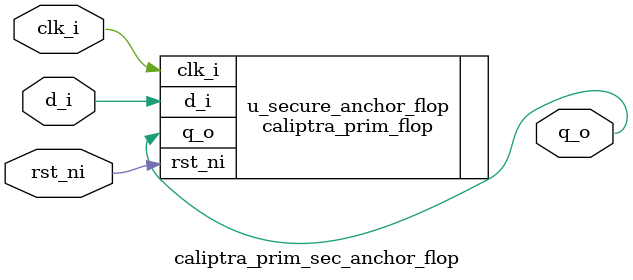
<source format=sv>

`include "caliptra_prim_assert.sv"

module caliptra_prim_sec_anchor_flop #(
  parameter int               Width      = 1,
  parameter logic [Width-1:0] ResetValue = 0
) (
  input                    clk_i,
  input                    rst_ni,
  input        [Width-1:0] d_i,
  output logic [Width-1:0] q_o
);

  caliptra_prim_flop #(
    .Width(Width),
    .ResetValue(ResetValue)
  ) u_secure_anchor_flop (
    .clk_i,
    .rst_ni,
    .d_i,
    .q_o
  );

endmodule

</source>
